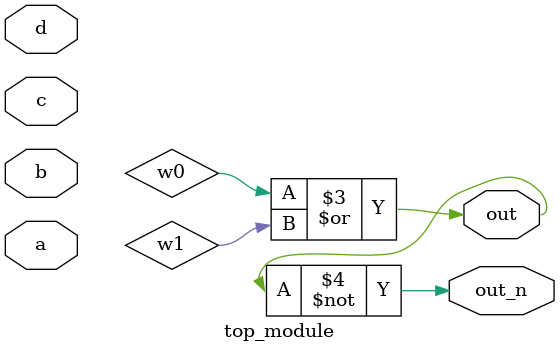
<source format=v>

module top_module(
    input a,
    input b,
    input c,
    input d,
    output out,
    output out_n   
); 

	wire w1,w2;
    assign w2 = a & b;
    assign w2 = c & d;
    assign out = w0 | w1;
    assign out_n = ~out;
	
endmodule

</source>
